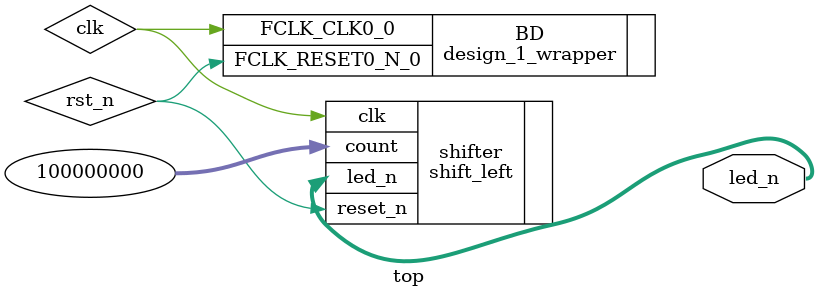
<source format=v>
`timescale 1ns / 1ps

module top(
    output wire [3:0] led_n
);

wire clk,rst_n;

design_1_wrapper
BD
(
    .FCLK_CLK0_0(clk),
    .FCLK_RESET0_N_0(rst_n)
);

//shift_right
shift_left
shifter
(
    .clk(clk),
    .reset_n(rst_n),
    .count(100000000),
    .led_n(led_n)
);


endmodule

</source>
